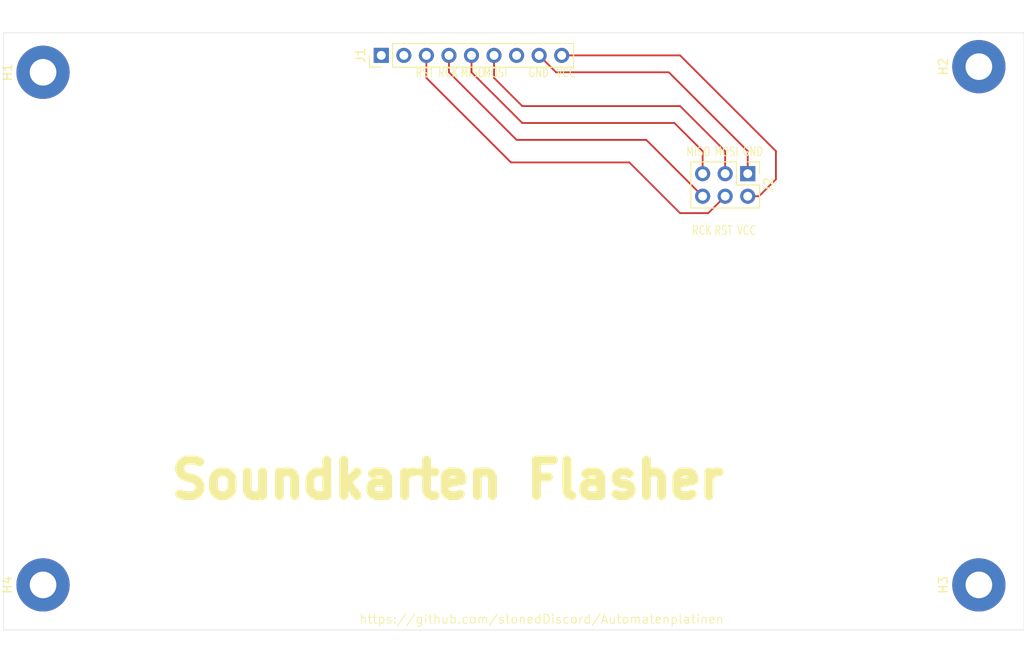
<source format=kicad_pcb>
(kicad_pcb (version 20240108) (generator "pcbnew") (generator_version "8.0")
  (layers (0 "F.Cu" signal) (31 "B.Cu" signal) (34 "B.Paste" user) (35 "F.Paste" user) (36 "B.SilkS" user "B.Silkscreen") (37 "F.SilkS" user "F.Silkscreen") (38 "B.Mask" user) (39 "F.Mask" user) (44 "Edge.Cuts" user))
  (net 0 "")
  (net 8 "/RST")
  (net 9 "/MISO")
  (net 10 "/GND")
  (net 11 "/VCC")
  (net 12 "/MOSI")
  (net 13 "/RCK")
  (footprint "Connector_PinHeader_2.54mm:PinHeader_1x09_P2.54mm_Vertical" (layer "F.Cu") (at 139.065 85.725 90)
    (property "Reference" "J1" (at 0 -2.33 90) (layer "F.SilkS"))
    (property "Value" "Conn_01x09_Pin")
    (fp_line (start -1.33 -1.33) (end 0 -1.33) (stroke (width 0.12)) (layer "F.SilkS"))
    (fp_line (start -1.33 0) (end -1.33 -1.33) (stroke (width 0.12)) (layer "F.SilkS"))
    (fp_line (start 1.33 1.27) (end 1.33 21.65) (stroke (width 0.12)) (layer "F.SilkS"))
    (fp_line (start -1.33 1.27) (end 1.33 1.27) (stroke (width 0.12)) (layer "F.SilkS"))
    (fp_line (start -1.33 1.27) (end -1.33 21.65) (stroke (width 0.12)) (layer "F.SilkS"))
    (fp_line (start -1.33 21.65) (end 1.33 21.65) (stroke (width 0.12)) (layer "F.SilkS"))
    (pad "1" thru_hole rect (at 0 0 90) (size 1.7 1.7) (drill 1) (layers "*.Cu" "*.Mask"))
    (pad "2" thru_hole oval (at 0 2.54 90) (size 1.7 1.7) (drill 1) (layers "*.Cu" "*.Mask"))
    (pad "3" thru_hole oval (at 0 5.08 90) (size 1.7 1.7) (drill 1) (layers "*.Cu" "*.Mask") (net 8 "/RST"))
    (pad "4" thru_hole oval (at 0 7.62 90) (size 1.7 1.7) (drill 1) (layers "*.Cu" "*.Mask") (net 13 "/RCK"))
    (pad "5" thru_hole oval (at 0 10.16 90) (size 1.7 1.7) (drill 1) (layers "*.Cu" "*.Mask") (net 9 "/MISO"))
    (pad "6" thru_hole oval (at 0 12.7 90) (size 1.7 1.7) (drill 1) (layers "*.Cu" "*.Mask") (net 12 "/MOSI"))
    (pad "7" thru_hole oval (at 0 15.24 90) (size 1.7 1.7) (drill 1) (layers "*.Cu" "*.Mask"))
    (pad "8" thru_hole oval (at 0 17.78 90) (size 1.7 1.7) (drill 1) (layers "*.Cu" "*.Mask") (net 10 "/GND"))
    (pad "9" thru_hole oval (at 0 20.32 90) (size 1.7 1.7) (drill 1) (layers "*.Cu" "*.Mask") (net 11 "/VCC"))
  )
  (footprint "MountingHole:MountingHole_3mm_Pad" (layer "F.Cu") (at 206.375 145.415 90)
    (property "Reference" "H3" (at 0 -4 90) (layer "F.SilkS"))
    (property "Value" "MountingHole_Pad")
    (pad "1" thru_hole circle (at 0 0 90) (size 6 6) (drill 3) (layers "*.Cu" "*.Mask"))
  )
  (footprint "MountingHole:MountingHole_3mm_Pad" (layer "F.Cu") (at 100.965 87.63 90)
    (property "Reference" "H1" (at 0 -4 90) (layer "F.SilkS"))
    (property "Value" "MountingHole_Pad")
    (pad "1" thru_hole circle (at 0 0 90) (size 6 6) (drill 3) (layers "*.Cu" "*.Mask"))
  )
  (footprint "MountingHole:MountingHole_3mm_Pad" (layer "F.Cu") (at 100.965 145.415 90)
    (property "Reference" "H4" (at 0 -4 90) (layer "F.SilkS"))
    (property "Value" "MountingHole_Pad")
    (pad "1" thru_hole circle (at 0 0 90) (size 6 6) (drill 3) (layers "*.Cu" "*.Mask"))
  )
  (footprint "MountingHole:MountingHole_3mm_Pad" (layer "F.Cu") (at 206.375 86.995 90)
    (property "Reference" "H2" (at 0 -4 90) (layer "F.SilkS"))
    (property "Value" "MountingHole_Pad")
    (pad "1" thru_hole circle (at 0 0 90) (size 6 6) (drill 3) (layers "*.Cu" "*.Mask"))
  )
  (footprint "Connector_PinHeader_2.54mm:PinHeader_2x03_P2.54mm_Vertical" (layer "F.Cu") (at 180.34 99.06 -90)
    (property "Reference" "J2" (at 1.27 -2.33 90) (layer "F.SilkS"))
    (property "Value" "Conn_02x03_Counter_Clockwise")
    (fp_line (start -1.33 6.41) (end 3.87 6.41) (stroke (width 0.12)) (layer "F.SilkS"))
    (fp_line (start -1.33 1.27) (end -1.33 6.41) (stroke (width 0.12)) (layer "F.SilkS"))
    (fp_line (start -1.33 1.27) (end 1.27 1.27) (stroke (width 0.12)) (layer "F.SilkS"))
    (fp_line (start 1.27 1.27) (end 1.27 -1.33) (stroke (width 0.12)) (layer "F.SilkS"))
    (fp_line (start -1.33 0) (end -1.33 -1.33) (stroke (width 0.12)) (layer "F.SilkS"))
    (fp_line (start -1.33 -1.33) (end 0 -1.33) (stroke (width 0.12)) (layer "F.SilkS"))
    (fp_line (start 1.27 -1.33) (end 3.87 -1.33) (stroke (width 0.12)) (layer "F.SilkS"))
    (fp_line (start 3.87 -1.33) (end 3.87 6.41) (stroke (width 0.12)) (layer "F.SilkS"))
    (pad "1" thru_hole rect (at 0 0 270) (size 1.7 1.7) (drill 1) (layers "*.Cu" "*.Mask") (net 10 "/GND"))
    (pad "2" thru_hole oval (at 2.54 0 270) (size 1.7 1.7) (drill 1) (layers "*.Cu" "*.Mask") (net 11 "/VCC"))
    (pad "3" thru_hole oval (at 0 2.54 270) (size 1.7 1.7) (drill 1) (layers "*.Cu" "*.Mask") (net 12 "/MOSI"))
    (pad "4" thru_hole oval (at 2.54 2.54 270) (size 1.7 1.7) (drill 1) (layers "*.Cu" "*.Mask") (net 8 "/RST"))
    (pad "5" thru_hole oval (at 0 5.08 270) (size 1.7 1.7) (drill 1) (layers "*.Cu" "*.Mask") (net 9 "/MISO"))
    (pad "6" thru_hole oval (at 2.54 5.08 270) (size 1.7 1.7) (drill 1) (layers "*.Cu" "*.Mask") (net 13 "/RCK"))
  )
  (gr_rect (start 96.52 83.185) (end 211.455 150.495) (stroke (width 0.05)) (fill none) (layer "Edge.Cuts"))
  (gr_text "https://github.com/stonedDiscord/Automatenplatinen" (at 136.525 149.86 0) (layer "F.SilkS") (effects (font (size 1 1) (thickness 0.1)) (justify left bottom)))
  (gr_text "MOSI" (at 150.495 88.265 0) (layer "F.SilkS") (effects (font (size 1 0.75) (thickness 0.1)) (justify left bottom)))
  (gr_text "GND" (at 155.575 88.265 0) (layer "F.SilkS") (effects (font (size 1 0.75) (thickness 0.1)) (justify left bottom)))
  (gr_text "VCC" (at 179.07 106.045 0) (layer "F.SilkS") (effects (font (size 1 0.75) (thickness 0.1)) (justify left bottom)))
  (gr_text "RCK" (at 173.99 106.045 0) (layer "F.SilkS") (effects (font (size 1 0.75) (thickness 0.1)) (justify left bottom)))
  (gr_text "GND" (at 179.705 97.155 0) (layer "F.SilkS") (effects (font (size 1 0.75) (thickness 0.1)) (justify left bottom)))
  (gr_text "RST" (at 142.875 88.265 0) (layer "F.SilkS") (effects (font (size 1 0.75) (thickness 0.1)) (justify left bottom)))
  (gr_text "MISO" (at 147.955 88.265 0) (layer "F.SilkS") (effects (font (size 1 0.75) (thickness 0.1)) (justify left bottom)))
  (gr_text "VCC" (at 158.75 88.265 0) (layer "F.SilkS") (effects (font (size 1 0.75) (thickness 0.1)) (justify left bottom)))
  (gr_text "MOSI" (at 176.53 97.155 0) (layer "F.SilkS") (effects (font (size 1 0.75) (thickness 0.1)) (justify left bottom)))
  (gr_text "RCK" (at 145.415 88.265 0) (layer "F.SilkS") (effects (font (size 1 0.75) (thickness 0.1)) (justify left bottom)))
  (gr_text "Soundkarten Flasher" (at 114.935 135.89 0) (layer "F.SilkS") (effects (font (size 4 4) (thickness 1) (bold yes)) (justify left bottom)))
  (gr_text "MISO" (at 173.355 97.155 0) (layer "F.SilkS") (effects (font (size 1 0.75) (thickness 0.1)) (justify left bottom)))
  (gr_text "RST" (at 176.53 106.045 0) (layer "F.SilkS") (effects (font (size 1 0.75) (thickness 0.1)) (justify left bottom)))
  (segment (start 167.005 97.79) (end 153.67 97.79) (width 0.2) (layer "F.Cu") (net 8))
  (segment (start 175.895 103.505) (end 172.72 103.505) (width 0.2) (layer "F.Cu") (net 8))
  (segment (start 153.67 97.79) (end 144.145 88.265) (width 0.2) (layer "F.Cu") (net 8))
  (segment (start 177.8 101.6) (end 175.895 103.505) (width 0.2) (layer "F.Cu") (net 8))
  (segment (start 144.145 88.265) (end 144.145 85.725) (width 0.2) (layer "F.Cu") (net 8))
  (segment (start 172.72 103.505) (end 167.005 97.79) (width 0.2) (layer "F.Cu") (net 8))
  (segment (start 154.94 93.345) (end 172.085 93.345) (width 0.2) (layer "F.Cu") (net 9))
  (segment (start 149.225 87.63) (end 154.94 93.345) (width 0.2) (layer "F.Cu") (net 9))
  (segment (start 175.26 96.52) (end 175.26 99.06) (width 0.2) (layer "F.Cu") (net 9))
  (segment (start 149.225 85.725) (end 149.225 87.63) (width 0.2) (layer "F.Cu") (net 9))
  (segment (start 172.085 93.345) (end 175.26 96.52) (width 0.2) (layer "F.Cu") (net 9))
  (segment (start 180.34 96.52) (end 171.45 87.63) (width 0.2) (layer "F.Cu") (net 10))
  (segment (start 158.75 87.63) (end 156.845 85.725) (width 0.2) (layer "F.Cu") (net 10))
  (segment (start 171.45 87.63) (end 158.75 87.63) (width 0.2) (layer "F.Cu") (net 10))
  (segment (start 180.34 99.06) (end 180.34 96.52) (width 0.2) (layer "F.Cu") (net 10))
  (segment (start 181.61 101.6) (end 180.34 101.6) (width 0.2) (layer "F.Cu") (net 11))
  (segment (start 159.385 85.725) (end 172.72 85.725) (width 0.2) (layer "F.Cu") (net 11))
  (segment (start 172.72 85.725) (end 183.515 96.52) (width 0.2) (layer "F.Cu") (net 11))
  (segment (start 183.515 99.695) (end 181.61 101.6) (width 0.2) (layer "F.Cu") (net 11))
  (segment (start 183.515 96.52) (end 183.515 99.695) (width 0.2) (layer "F.Cu") (net 11))
  (segment (start 172.72 91.44) (end 177.8 96.52) (width 0.2) (layer "F.Cu") (net 12))
  (segment (start 154.94 91.44) (end 172.72 91.44) (width 0.2) (layer "F.Cu") (net 12))
  (segment (start 151.765 88.265) (end 154.94 91.44) (width 0.2) (layer "F.Cu") (net 12))
  (segment (start 177.8 96.52) (end 177.8 99.06) (width 0.2) (layer "F.Cu") (net 12))
  (segment (start 151.765 85.725) (end 151.765 88.265) (width 0.2) (layer "F.Cu") (net 12))
  (segment (start 154.305 95.25) (end 168.91 95.25) (width 0.2) (layer "F.Cu") (net 13))
  (segment (start 168.91 95.25) (end 175.26 101.6) (width 0.2) (layer "F.Cu") (net 13))
  (segment (start 146.685 85.725) (end 146.685 87.63) (width 0.2) (layer "F.Cu") (net 13))
  (segment (start 146.685 87.63) (end 154.305 95.25) (width 0.2) (layer "F.Cu") (net 13))
)
</source>
